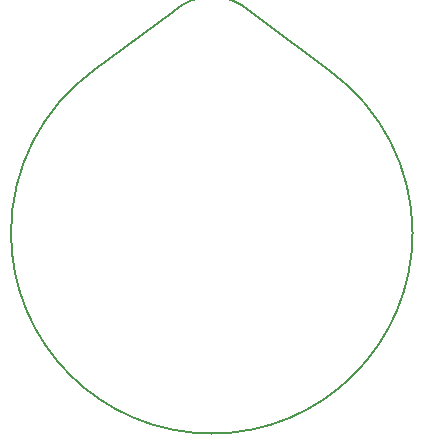
<source format=gbr>
G04 #@! TF.GenerationSoftware,KiCad,Pcbnew,(5.1.2)-2*
G04 #@! TF.CreationDate,2019-09-16T01:50:48-05:00*
G04 #@! TF.ProjectId,rfid_keychain_style_cuts,72666964-5f6b-4657-9963-6861696e5f73,rev?*
G04 #@! TF.SameCoordinates,Original*
G04 #@! TF.FileFunction,Profile,NP*
%FSLAX46Y46*%
G04 Gerber Fmt 4.6, Leading zero omitted, Abs format (unit mm)*
G04 Created by KiCad (PCBNEW (5.1.2)-2) date 2019-09-16 01:50:48*
%MOMM*%
%LPD*%
G04 APERTURE LIST*
%ADD10C,0.150000*%
G04 APERTURE END LIST*
D10*
X104520216Y-32881574D02*
G75*
G02X111100000Y-32900000I3279785J-3618425D01*
G01*
X117798963Y-37901426D02*
G75*
G02X124800000Y-51600000I-9998962J-13748573D01*
G01*
X97824821Y-37834253D02*
G75*
G03X90800000Y-51600000I9975179J-13765747D01*
G01*
X124800000Y-51600000D02*
G75*
G02X90800000Y-51600000I-17000000J0D01*
G01*
X97824821Y-37834253D02*
X104520216Y-32881574D01*
X117798962Y-37901427D02*
X111100000Y-32900000D01*
M02*

</source>
